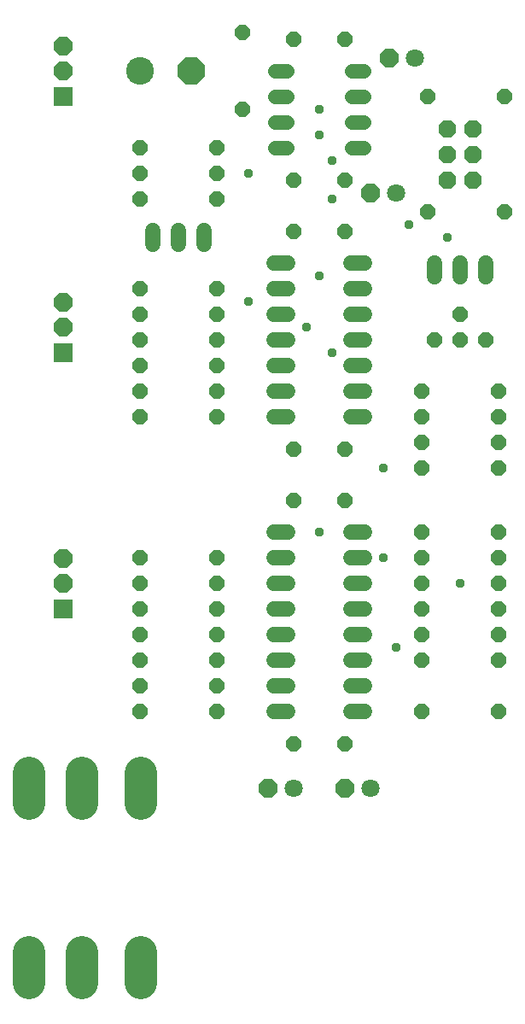
<source format=gbr>
G04 EAGLE Gerber RS-274X export*
G75*
%MOMM*%
%FSLAX34Y34*%
%LPD*%
%INSoldermask Bottom*%
%IPPOS*%
%AMOC8*
5,1,8,0,0,1.08239X$1,22.5*%
G01*
%ADD10C,1.524000*%
%ADD11C,1.411200*%
%ADD12P,1.649562X8X22.500000*%
%ADD13P,1.649562X8X202.500000*%
%ADD14C,3.251200*%
%ADD15R,1.879600X1.879600*%
%ADD16P,2.034460X8X22.500000*%
%ADD17P,1.649562X8X292.500000*%
%ADD18P,1.951982X8X202.500000*%
%ADD19C,1.803400*%
%ADD20C,2.743200*%
%ADD21P,2.969212X8X22.500000*%
%ADD22P,1.869504X8X292.500000*%
%ADD23C,0.959600*%


D10*
X349504Y298450D02*
X336296Y298450D01*
X336296Y323850D02*
X349504Y323850D01*
X349504Y450850D02*
X336296Y450850D01*
X336296Y476250D02*
X349504Y476250D01*
X349504Y349250D02*
X336296Y349250D01*
X336296Y374650D02*
X349504Y374650D01*
X349504Y425450D02*
X336296Y425450D01*
X336296Y400050D02*
X349504Y400050D01*
X273304Y476250D02*
X260096Y476250D01*
X260096Y450850D02*
X273304Y450850D01*
X273304Y425450D02*
X260096Y425450D01*
X260096Y400050D02*
X273304Y400050D01*
X273304Y374650D02*
X260096Y374650D01*
X260096Y349250D02*
X273304Y349250D01*
X273304Y323850D02*
X260096Y323850D01*
X260096Y298450D02*
X273304Y298450D01*
X336296Y590550D02*
X349504Y590550D01*
X349504Y615950D02*
X336296Y615950D01*
X336296Y742950D02*
X349504Y742950D01*
X273304Y742950D02*
X260096Y742950D01*
X336296Y641350D02*
X349504Y641350D01*
X349504Y666750D02*
X336296Y666750D01*
X336296Y717550D02*
X349504Y717550D01*
X349504Y692150D02*
X336296Y692150D01*
X273304Y717550D02*
X260096Y717550D01*
X260096Y692150D02*
X273304Y692150D01*
X273304Y666750D02*
X260096Y666750D01*
X260096Y641350D02*
X273304Y641350D01*
X273304Y615950D02*
X260096Y615950D01*
X260096Y590550D02*
X273304Y590550D01*
D11*
X336860Y857250D02*
X348940Y857250D01*
X348940Y882650D02*
X336860Y882650D01*
X336860Y908050D02*
X348940Y908050D01*
X348940Y933450D02*
X336860Y933450D01*
X272740Y933450D02*
X260660Y933450D01*
X260660Y908050D02*
X272740Y908050D01*
X272740Y882650D02*
X260660Y882650D01*
X260660Y857250D02*
X272740Y857250D01*
D12*
X127000Y857250D03*
X203200Y857250D03*
X279400Y774700D03*
X330200Y774700D03*
D10*
X419100Y743204D02*
X419100Y729996D01*
X469900Y729996D02*
X469900Y743204D01*
X444500Y743204D02*
X444500Y729996D01*
D13*
X419100Y666750D03*
X469900Y666750D03*
X444500Y692150D03*
X444500Y666750D03*
D14*
X70000Y237490D02*
X70000Y207010D01*
X17000Y207010D02*
X17000Y237490D01*
X128000Y237490D02*
X128000Y207010D01*
X70000Y59690D02*
X70000Y29210D01*
X17000Y29210D02*
X17000Y59690D01*
X128000Y59690D02*
X128000Y29210D01*
D15*
X50800Y908450D03*
D16*
X50800Y933450D03*
X50800Y958450D03*
D15*
X50800Y400450D03*
D16*
X50800Y425450D03*
X50800Y450450D03*
D15*
X50800Y654450D03*
D16*
X50800Y679450D03*
X50800Y704450D03*
D13*
X203200Y806450D03*
X127000Y806450D03*
X203200Y831850D03*
X127000Y831850D03*
X203200Y615950D03*
X127000Y615950D03*
X203200Y666750D03*
X127000Y666750D03*
X203200Y590550D03*
X127000Y590550D03*
D12*
X127000Y641350D03*
X203200Y641350D03*
X406400Y615950D03*
X482600Y615950D03*
X406400Y590550D03*
X482600Y590550D03*
D13*
X482600Y565150D03*
X406400Y565150D03*
X482600Y539750D03*
X406400Y539750D03*
D12*
X127000Y298450D03*
X203200Y298450D03*
D17*
X228600Y971550D03*
X228600Y895350D03*
D13*
X203200Y374650D03*
X127000Y374650D03*
D12*
X406400Y374650D03*
X482600Y374650D03*
D13*
X203200Y400050D03*
X127000Y400050D03*
D12*
X406400Y400050D03*
X482600Y400050D03*
D10*
X190500Y761746D02*
X190500Y774954D01*
X139700Y774954D02*
X139700Y761746D01*
X165100Y761746D02*
X165100Y774954D01*
D12*
X127000Y692150D03*
X203200Y692150D03*
D13*
X482600Y298450D03*
X406400Y298450D03*
X203200Y717550D03*
X127000Y717550D03*
X203200Y450850D03*
X127000Y450850D03*
D12*
X406400Y450850D03*
X482600Y450850D03*
X406400Y349250D03*
X482600Y349250D03*
D13*
X203200Y349250D03*
X127000Y349250D03*
X203200Y425450D03*
X127000Y425450D03*
D12*
X127000Y323850D03*
X203200Y323850D03*
D13*
X482600Y425450D03*
X406400Y425450D03*
D18*
X374650Y946150D03*
D19*
X400050Y946150D03*
D18*
X355600Y812800D03*
D19*
X381000Y812800D03*
D12*
X412750Y908050D03*
X488950Y908050D03*
X406400Y476250D03*
X482600Y476250D03*
X412750Y793750D03*
X488950Y793750D03*
D20*
X127000Y933450D03*
D21*
X177800Y933450D03*
D22*
X457200Y876300D03*
X457200Y850900D03*
X457200Y825500D03*
X431800Y876300D03*
X431800Y850900D03*
X431800Y825500D03*
D13*
X330200Y558800D03*
X279400Y558800D03*
X330200Y825500D03*
X279400Y825500D03*
D12*
X279400Y965200D03*
X330200Y965200D03*
D13*
X330200Y508000D03*
X279400Y508000D03*
D12*
X279400Y266700D03*
X330200Y266700D03*
D18*
X254000Y222250D03*
D19*
X279400Y222250D03*
D18*
X330200Y222250D03*
D19*
X355600Y222250D03*
D23*
X292100Y679450D03*
X304800Y869950D03*
X317500Y654050D03*
X317500Y806450D03*
X444500Y425450D03*
X317500Y844550D03*
X234950Y831850D03*
X304800Y730250D03*
X368300Y539750D03*
X234950Y704850D03*
X381000Y361950D03*
X431800Y768350D03*
X368300Y450850D03*
X304800Y895350D03*
X304800Y476250D03*
X393700Y781050D03*
M02*

</source>
